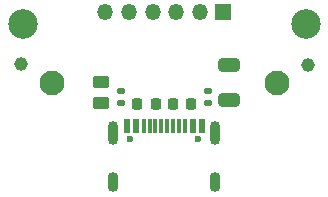
<source format=gts>
%TF.GenerationSoftware,KiCad,Pcbnew,7.0.7*%
%TF.CreationDate,2023-09-11T21:43:25+02:00*%
%TF.ProjectId,usb-board,7573622d-626f-4617-9264-2e6b69636164,rev?*%
%TF.SameCoordinates,Original*%
%TF.FileFunction,Soldermask,Top*%
%TF.FilePolarity,Negative*%
%FSLAX46Y46*%
G04 Gerber Fmt 4.6, Leading zero omitted, Abs format (unit mm)*
G04 Created by KiCad (PCBNEW 7.0.7) date 2023-09-11 21:43:25*
%MOMM*%
%LPD*%
G01*
G04 APERTURE LIST*
G04 Aperture macros list*
%AMRoundRect*
0 Rectangle with rounded corners*
0 $1 Rounding radius*
0 $2 $3 $4 $5 $6 $7 $8 $9 X,Y pos of 4 corners*
0 Add a 4 corners polygon primitive as box body*
4,1,4,$2,$3,$4,$5,$6,$7,$8,$9,$2,$3,0*
0 Add four circle primitives for the rounded corners*
1,1,$1+$1,$2,$3*
1,1,$1+$1,$4,$5*
1,1,$1+$1,$6,$7*
1,1,$1+$1,$8,$9*
0 Add four rect primitives between the rounded corners*
20,1,$1+$1,$2,$3,$4,$5,0*
20,1,$1+$1,$4,$5,$6,$7,0*
20,1,$1+$1,$6,$7,$8,$9,0*
20,1,$1+$1,$8,$9,$2,$3,0*%
G04 Aperture macros list end*
%ADD10C,1.152000*%
%ADD11C,2.500000*%
%ADD12C,2.100000*%
%ADD13RoundRect,0.250000X-0.450000X0.262500X-0.450000X-0.262500X0.450000X-0.262500X0.450000X0.262500X0*%
%ADD14RoundRect,0.135000X-0.185000X0.135000X-0.185000X-0.135000X0.185000X-0.135000X0.185000X0.135000X0*%
%ADD15O,0.900000X1.700000*%
%ADD16O,0.900000X2.000000*%
%ADD17R,0.600000X1.160000*%
%ADD18R,0.300000X1.160000*%
%ADD19C,0.600000*%
%ADD20O,1.350000X1.350000*%
%ADD21R,1.350000X1.350000*%
%ADD22RoundRect,0.218750X-0.218750X-0.256250X0.218750X-0.256250X0.218750X0.256250X-0.218750X0.256250X0*%
%ADD23RoundRect,0.218750X0.218750X0.256250X-0.218750X0.256250X-0.218750X-0.256250X0.218750X-0.256250X0*%
%ADD24RoundRect,0.250000X0.650000X-0.325000X0.650000X0.325000X-0.650000X0.325000X-0.650000X-0.325000X0*%
G04 APERTURE END LIST*
D10*
%TO.C,H6*%
X87900000Y-98400000D03*
%TD*%
%TO.C,H5*%
X112150000Y-98450000D03*
%TD*%
D11*
%TO.C,H4*%
X112000000Y-95000000D03*
%TD*%
%TO.C,H3*%
X88000000Y-95000000D03*
%TD*%
D12*
%TO.C,H2*%
X90500000Y-100000000D03*
%TD*%
%TO.C,H1*%
X109500000Y-100000000D03*
%TD*%
D13*
%TO.C,R3*%
X94650000Y-99887500D03*
X94650000Y-101712500D03*
%TD*%
D14*
%TO.C,R2*%
X103700000Y-100690000D03*
X103700000Y-101710000D03*
%TD*%
%TO.C,R1*%
X96300000Y-100690000D03*
X96300000Y-101710000D03*
%TD*%
D15*
%TO.C,J2*%
X104320000Y-108400000D03*
D16*
X104320000Y-104230000D03*
D15*
X95680000Y-108400000D03*
D16*
X95680000Y-104230000D03*
D17*
X96800000Y-103650000D03*
X97600000Y-103650000D03*
D18*
X98250000Y-103650000D03*
X99250000Y-103650000D03*
X100750000Y-103650000D03*
X101750000Y-103650000D03*
D17*
X102400000Y-103650000D03*
X103200000Y-103650000D03*
X103200000Y-103650000D03*
X102400000Y-103650000D03*
D18*
X101250000Y-103650000D03*
X100250000Y-103650000D03*
X99750000Y-103650000D03*
X98750000Y-103650000D03*
D17*
X97600000Y-103650000D03*
X96800000Y-103650000D03*
D19*
X102890000Y-104710000D03*
X97110000Y-104710000D03*
%TD*%
D20*
%TO.C,J1*%
X95000000Y-94000000D03*
X97000000Y-94000000D03*
X99000000Y-94000000D03*
X101000000Y-94000000D03*
X103000000Y-94000000D03*
D21*
X105000000Y-94000000D03*
%TD*%
D22*
%TO.C,D2*%
X100700002Y-101800000D03*
X102275002Y-101800000D03*
%TD*%
D23*
%TO.C,D1*%
X97725000Y-101800000D03*
X99300000Y-101800000D03*
%TD*%
D24*
%TO.C,C1*%
X105500000Y-101400000D03*
X105500000Y-98450000D03*
%TD*%
M02*

</source>
